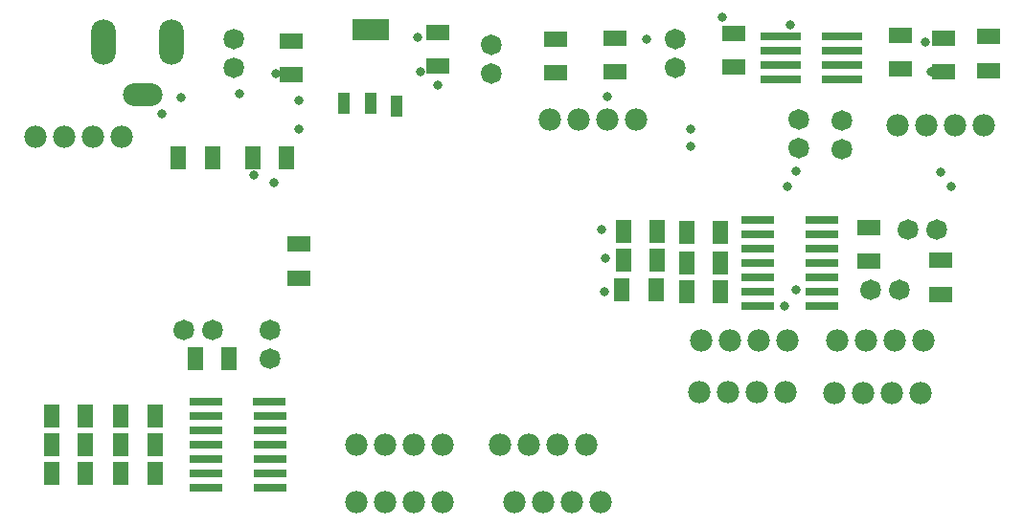
<source format=gts>
G04*
G04 #@! TF.GenerationSoftware,Altium Limited,Altium Designer,24.1.2 (44)*
G04*
G04 Layer_Color=8388736*
%FSLAX25Y25*%
%MOIN*%
G70*
G04*
G04 #@! TF.SameCoordinates,6E6146AE-10E2-4EE8-86B2-596FBE868B5F*
G04*
G04*
G04 #@! TF.FilePolarity,Negative*
G04*
G01*
G75*
%ADD25C,0.00000*%
%ADD26R,0.11233X0.03162*%
%ADD27R,0.05200X0.07900*%
%ADD28R,0.04100X0.07493*%
%ADD29R,0.13000X0.07493*%
%ADD30R,0.07900X0.05200*%
%ADD31R,0.14186X0.03162*%
%ADD32C,0.07800*%
%ADD33C,0.07178*%
%ADD34O,0.13792X0.07887*%
%ADD35O,0.08674X0.15761*%
%ADD36C,0.03300*%
D25*
X73390Y80000D02*
G03*
X73390Y80000I-3390J0D01*
G01*
X63390D02*
G03*
X63390Y80000I-3390J0D01*
G01*
X234390Y181500D02*
G03*
X234390Y181500I-3390J0D01*
G01*
Y171500D02*
G03*
X234390Y171500I-3390J0D01*
G01*
X292390Y153000D02*
G03*
X292390Y153000I-3390J0D01*
G01*
Y143000D02*
G03*
X292390Y143000I-3390J0D01*
G01*
X277390Y153500D02*
G03*
X277390Y153500I-3390J0D01*
G01*
Y143500D02*
G03*
X277390Y143500I-3390J0D01*
G01*
X315390Y115000D02*
G03*
X315390Y115000I-3390J0D01*
G01*
X325390D02*
G03*
X325390Y115000I-3390J0D01*
G01*
X302390Y94000D02*
G03*
X302390Y94000I-3390J0D01*
G01*
X312390D02*
G03*
X312390Y94000I-3390J0D01*
G01*
X93390Y70000D02*
G03*
X93390Y70000I-3390J0D01*
G01*
Y80000D02*
G03*
X93390Y80000I-3390J0D01*
G01*
X80890Y171500D02*
G03*
X80890Y171500I-3390J0D01*
G01*
Y181500D02*
G03*
X80890Y181500I-3390J0D01*
G01*
X170390Y169500D02*
G03*
X170390Y169500I-3390J0D01*
G01*
Y179500D02*
G03*
X170390Y179500I-3390J0D01*
G01*
D26*
X259835Y118500D02*
D03*
Y113500D02*
D03*
Y108500D02*
D03*
Y103500D02*
D03*
Y98500D02*
D03*
Y93500D02*
D03*
Y88500D02*
D03*
X282165D02*
D03*
Y93500D02*
D03*
Y98500D02*
D03*
Y103500D02*
D03*
Y108500D02*
D03*
Y113500D02*
D03*
X282000Y118500D02*
D03*
X67669Y55000D02*
D03*
Y50000D02*
D03*
Y45000D02*
D03*
Y40000D02*
D03*
Y35000D02*
D03*
Y30000D02*
D03*
Y25000D02*
D03*
X90000D02*
D03*
Y30000D02*
D03*
Y35000D02*
D03*
Y40000D02*
D03*
Y45000D02*
D03*
Y50000D02*
D03*
X89835Y55000D02*
D03*
D27*
X64100Y70000D02*
D03*
X75900D02*
D03*
X50000Y40000D02*
D03*
X38200D02*
D03*
X50000Y30000D02*
D03*
X38200D02*
D03*
X14100Y40000D02*
D03*
X25900D02*
D03*
X14100Y30000D02*
D03*
X25900D02*
D03*
X246900Y103500D02*
D03*
X235100D02*
D03*
X246900Y93500D02*
D03*
X235100D02*
D03*
X246900Y114000D02*
D03*
X235100D02*
D03*
X212500Y94000D02*
D03*
X224300D02*
D03*
X213000Y104500D02*
D03*
X224800D02*
D03*
X213000Y114500D02*
D03*
X224800D02*
D03*
X95900Y140000D02*
D03*
X84100D02*
D03*
X70000D02*
D03*
X58200D02*
D03*
X38200Y50000D02*
D03*
X50000D02*
D03*
X25900D02*
D03*
X14100D02*
D03*
D28*
X134100Y158221D02*
D03*
X125000Y159205D02*
D03*
X115900D02*
D03*
D29*
X125000Y184795D02*
D03*
D30*
X251500Y183400D02*
D03*
Y171600D02*
D03*
X210000Y170100D02*
D03*
Y181900D02*
D03*
X309500Y182900D02*
D03*
Y171100D02*
D03*
X323500Y104300D02*
D03*
Y92500D02*
D03*
X298500Y115900D02*
D03*
Y104100D02*
D03*
X100000Y98200D02*
D03*
Y110000D02*
D03*
X324500Y170100D02*
D03*
Y181900D02*
D03*
X189500Y181400D02*
D03*
Y169600D02*
D03*
X97500Y169100D02*
D03*
Y180900D02*
D03*
X148500Y172100D02*
D03*
Y183900D02*
D03*
X340000Y182300D02*
D03*
Y170500D02*
D03*
D31*
X267870Y182500D02*
D03*
Y177500D02*
D03*
Y172500D02*
D03*
Y167500D02*
D03*
X289130D02*
D03*
Y172500D02*
D03*
Y177500D02*
D03*
Y182500D02*
D03*
D32*
X190000Y40000D02*
D03*
X200000D02*
D03*
X170000D02*
D03*
X180000D02*
D03*
X195000Y20000D02*
D03*
X205000D02*
D03*
X175000D02*
D03*
X185000D02*
D03*
X140000Y40000D02*
D03*
X150000D02*
D03*
X120000D02*
D03*
X130000D02*
D03*
X140000Y20000D02*
D03*
X150000D02*
D03*
X120000D02*
D03*
X130000D02*
D03*
X207500Y153500D02*
D03*
X217500D02*
D03*
X187500D02*
D03*
X197500D02*
D03*
X297500Y76500D02*
D03*
X287500D02*
D03*
X317500D02*
D03*
X307500D02*
D03*
X260000D02*
D03*
X270000D02*
D03*
X240000D02*
D03*
X250000D02*
D03*
X296500Y58000D02*
D03*
X286500D02*
D03*
X316500D02*
D03*
X306500D02*
D03*
X249500Y58500D02*
D03*
X239500D02*
D03*
X269500D02*
D03*
X259500D02*
D03*
X18500Y147500D02*
D03*
X8500D02*
D03*
X38500D02*
D03*
X28500D02*
D03*
X318500Y151500D02*
D03*
X308500D02*
D03*
X338500D02*
D03*
X328500D02*
D03*
D33*
X70000Y80000D02*
D03*
X60000D02*
D03*
X231000Y181500D02*
D03*
Y171500D02*
D03*
X289000Y153000D02*
D03*
Y143000D02*
D03*
X274000Y153500D02*
D03*
Y143500D02*
D03*
X312000Y115000D02*
D03*
X322000D02*
D03*
X299000Y94000D02*
D03*
X309000D02*
D03*
X90000Y70000D02*
D03*
Y80000D02*
D03*
X77500Y171500D02*
D03*
Y181500D02*
D03*
X167000Y169500D02*
D03*
Y179500D02*
D03*
D34*
X45779Y162193D02*
D03*
D35*
X32000Y180500D02*
D03*
X55622D02*
D03*
D36*
X148500Y165500D02*
D03*
X271000Y186500D02*
D03*
X247350Y189000D02*
D03*
X221000Y181500D02*
D03*
X207500Y161500D02*
D03*
X206400Y93500D02*
D03*
X206900Y105000D02*
D03*
X205400Y115000D02*
D03*
X141500Y182000D02*
D03*
X142500Y170000D02*
D03*
X273000Y135500D02*
D03*
X270000Y130000D02*
D03*
X323500Y135000D02*
D03*
X327000Y130000D02*
D03*
X236500Y144000D02*
D03*
X269012Y88512D02*
D03*
X273000Y94000D02*
D03*
X52500Y155500D02*
D03*
X59000Y161000D02*
D03*
X79439Y162500D02*
D03*
X92000Y169500D02*
D03*
X84500Y134200D02*
D03*
X91552Y131448D02*
D03*
X236500Y150000D02*
D03*
X320000Y170000D02*
D03*
X318172Y180528D02*
D03*
X100000Y150000D02*
D03*
Y160000D02*
D03*
M02*

</source>
